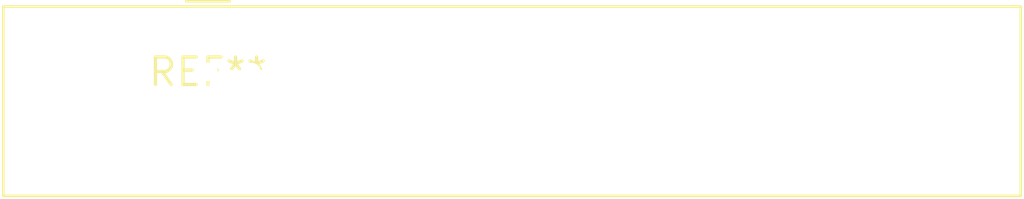
<source format=kicad_pcb>
(kicad_pcb (version 20240108) (generator pcbnew)
  (layers (0 "F.Cu" signal) (31 "B.Cu" signal) (34 "B.Paste" user) (35 "F.Paste" user) (36 "B.SilkS" user "B.Silkscreen") (37 "F.SilkS" user "F.Silkscreen") (38 "B.Mask" user) (39 "F.Mask" user) (44 "Edge.Cuts" user))
  (net 0 "")
  (footprint "STK672-080-E" (layer "F.Cu") (at 0 0)
    (property "Reference" "REF**")
    (property "Value" "STK672-080-E")
    (fp_line (start -9.42 -3.02) (end 37.42 -3.02) (layer "F.SilkS") (stroke (width 0.12)))
    (fp_line (start -9.42 5.72) (end -9.42 -3.02) (layer "F.SilkS") (stroke (width 0.12)))
    (fp_line (start -1 -3.26) (end 1 -3.26) (layer "F.SilkS") (stroke (width 0.12)))
    (fp_line (start 37.42 -3.02) (end 37.42 5.72) (layer "F.SilkS") (stroke (width 0.12)))
    (fp_line (start 37.42 5.72) (end -9.42 5.72) (layer "F.SilkS") (stroke (width 0.12)))
    (pad "1" thru_hole rect (at 0 0) (size 1.45 2) (drill 0.85) (layers *.Cu *.Mask) (remove_unused_layers))
    (pad "2" thru_hole oval (at 2 0) (size 1.45 2) (drill 0.85) (layers *.Cu *.Mask) (remove_unused_layers))
    (pad "3" thru_hole oval (at 4 0) (size 1.45 2) (drill 0.85) (layers *.Cu *.Mask) (remove_unused_layers))
    (pad "4" thru_hole oval (at 6 0) (size 1.45 2) (drill 0.85) (layers *.Cu *.Mask) (remove_unused_layers))
    (pad "5" thru_hole oval (at 8 0) (size 1.45 2) (drill 0.85) (layers *.Cu *.Mask) (remove_unused_layers))
    (pad "6" thru_hole oval (at 10 0) (size 1.45 2) (drill 0.85) (layers *.Cu *.Mask) (remove_unused_layers))
    (pad "7" thru_hole oval (at 12 0) (size 1.45 2) (drill 0.85) (layers *.Cu *.Mask) (remove_unused_layers))
    (pad "8" thru_hole oval (at 14 0) (size 1.45 2) (drill 0.85) (layers *.Cu *.Mask) (remove_unused_layers))
    (pad "9" thru_hole oval (at 16 0) (size 1.45 2) (drill 0.85) (layers *.Cu *.Mask) (remove_unused_layers))
    (pad "10" thru_hole oval (at 18 0) (size 1.45 2) (drill 0.85) (layers *.Cu *.Mask) (remove_unused_layers))
    (pad "11" thru_hole oval (at 20 0) (size 1.45 2) (drill 0.85) (layers *.Cu *.Mask) (remove_unused_layers))
    (pad "12" thru_hole oval (at 22 0) (size 1.45 2) (drill 0.85) (layers *.Cu *.Mask) (remove_unused_layers))
    (pad "13" thru_hole oval (at 24 0) (size 1.45 2) (drill 0.85) (layers *.Cu *.Mask) (remove_unused_layers))
    (pad "14" thru_hole oval (at 26 0) (size 1.45 2) (drill 0.85) (layers *.Cu *.Mask) (remove_unused_layers))
    (pad "15" thru_hole oval (at 28 0) (size 1.45 2) (drill 0.85) (layers *.Cu *.Mask) (remove_unused_layers))
  )
)
</source>
